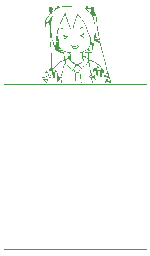
<source format=gbr>
%TF.GenerationSoftware,KiCad,Pcbnew,(5.99.0-9696-gdf2154a87a)*%
%TF.CreationDate,2021-08-30T13:51:51+09:00*%
%TF.ProjectId,tinypicokey,74696e79-7069-4636-9f6b-65792e6b6963,rev?*%
%TF.SameCoordinates,Original*%
%TF.FileFunction,Legend,Top*%
%TF.FilePolarity,Positive*%
%FSLAX46Y46*%
G04 Gerber Fmt 4.6, Leading zero omitted, Abs format (unit mm)*
G04 Created by KiCad (PCBNEW (5.99.0-9696-gdf2154a87a)) date 2021-08-30 13:51:51*
%MOMM*%
%LPD*%
G01*
G04 APERTURE LIST*
%ADD10C,0.150000*%
%ADD11C,0.120000*%
G04 APERTURE END LIST*
D10*
%TO.C,*%
D11*
%TO.C,SW1*%
X108280000Y-98155000D02*
X96280000Y-98155000D01*
X96280000Y-84185000D02*
X108280000Y-84185000D01*
%TO.C,*%
G36*
X103386262Y-82105321D02*
G01*
X103378783Y-82063251D01*
X103350039Y-82028963D01*
X103290114Y-81991460D01*
X103277580Y-81984749D01*
X103169090Y-81927359D01*
X103130627Y-82007488D01*
X103061797Y-82121021D01*
X102965618Y-82226882D01*
X102835187Y-82332064D01*
X102758932Y-82384008D01*
X102678473Y-82438143D01*
X102614732Y-82484250D01*
X102575876Y-82516232D01*
X102567832Y-82526660D01*
X102582562Y-82551139D01*
X102621018Y-82597237D01*
X102670159Y-82650035D01*
X102731642Y-82718629D01*
X102767340Y-82770087D01*
X102774105Y-82799246D01*
X102763991Y-82803912D01*
X102744069Y-82789838D01*
X102701047Y-82753329D01*
X102655989Y-82712954D01*
X102589332Y-82654857D01*
X102548406Y-82627688D01*
X102527863Y-82629172D01*
X102522353Y-82656105D01*
X102516327Y-82684943D01*
X102491317Y-82685089D01*
X102452639Y-82666675D01*
X102414632Y-82635473D01*
X102415589Y-82609839D01*
X102454934Y-82599256D01*
X102486938Y-82592903D01*
X102483026Y-82565778D01*
X102477674Y-82555272D01*
X102455821Y-82498776D01*
X102464906Y-82471421D01*
X102495425Y-82472860D01*
X102538755Y-82465583D01*
X102614652Y-82426596D01*
X102723096Y-82355911D01*
X102729826Y-82351228D01*
X102834885Y-82276891D01*
X102906385Y-82222470D01*
X102948690Y-82182774D01*
X102966163Y-82152614D01*
X102963168Y-82126800D01*
X102944067Y-82100142D01*
X102942446Y-82098339D01*
X102926074Y-82077700D01*
X102914095Y-82052602D01*
X102905615Y-82015733D01*
X102899741Y-81959782D01*
X102895578Y-81877436D01*
X102895359Y-81869850D01*
X102933471Y-81869850D01*
X102936701Y-81916295D01*
X102938957Y-81930471D01*
X102959345Y-82004664D01*
X102989653Y-82057293D01*
X103021563Y-82076248D01*
X103042900Y-82058476D01*
X103067163Y-82021152D01*
X103085043Y-81954217D01*
X103081942Y-81907454D01*
X103061581Y-81864816D01*
X103019735Y-81849718D01*
X102996473Y-81848853D01*
X102950232Y-81851858D01*
X102933471Y-81869850D01*
X102895359Y-81869850D01*
X102892234Y-81761383D01*
X102890216Y-81670998D01*
X102887410Y-81579494D01*
X102882675Y-81526498D01*
X102874310Y-81505039D01*
X102860612Y-81508147D01*
X102852283Y-81515674D01*
X102800453Y-81541497D01*
X102704240Y-81559999D01*
X102564155Y-81571134D01*
X102380708Y-81574858D01*
X102206558Y-81572557D01*
X101883540Y-81564610D01*
X101898552Y-81621459D01*
X101907807Y-81674133D01*
X101916641Y-81753369D01*
X101922117Y-81826114D01*
X101928544Y-81912277D01*
X101936607Y-81986893D01*
X101943247Y-82027259D01*
X101943226Y-82081297D01*
X101930132Y-82111556D01*
X101917411Y-82147224D01*
X101937913Y-82190303D01*
X101980674Y-82237817D01*
X102039053Y-82287191D01*
X102098514Y-82327620D01*
X102144518Y-82348296D01*
X102151569Y-82349122D01*
X102178909Y-82360549D01*
X102181260Y-82367822D01*
X102198777Y-82389754D01*
X102241957Y-82424290D01*
X102296748Y-82461880D01*
X102349095Y-82492972D01*
X102384946Y-82508016D01*
X102387956Y-82508298D01*
X102407998Y-82522706D01*
X102393122Y-82565675D01*
X102343493Y-82636823D01*
X102321260Y-82664319D01*
X102258880Y-82745694D01*
X102197482Y-82835299D01*
X102170989Y-82878334D01*
X102120918Y-82951788D01*
X102070797Y-83003790D01*
X102028344Y-83027618D01*
X102005545Y-83022348D01*
X102011121Y-83000364D01*
X102039613Y-82969341D01*
X102066350Y-82938188D01*
X102108197Y-82880782D01*
X102158639Y-82807105D01*
X102211166Y-82727140D01*
X102259265Y-82650866D01*
X102296423Y-82588267D01*
X102316129Y-82549322D01*
X102317697Y-82543118D01*
X102299409Y-82527029D01*
X102253323Y-82499554D01*
X102228837Y-82486629D01*
X102172821Y-82454833D01*
X102137296Y-82428619D01*
X102132194Y-82422034D01*
X102110041Y-82398760D01*
X102062969Y-82362076D01*
X102036410Y-82343570D01*
X101979441Y-82298136D01*
X101906971Y-82230521D01*
X101832546Y-82153538D01*
X101815342Y-82134466D01*
X101682276Y-81984563D01*
X101556326Y-82098624D01*
X101499377Y-82152701D01*
X101462298Y-82192913D01*
X101451616Y-82212028D01*
X101453356Y-82212685D01*
X101472192Y-82231674D01*
X101476337Y-82256960D01*
X101491090Y-82298604D01*
X101531259Y-82364185D01*
X101590701Y-82446529D01*
X101663278Y-82538460D01*
X101742849Y-82632805D01*
X101823274Y-82722389D01*
X101898414Y-82800037D01*
X101962127Y-82858575D01*
X102008274Y-82890830D01*
X102022278Y-82894870D01*
X102044170Y-82912180D01*
X102044824Y-82917609D01*
X102026201Y-82937280D01*
X102007566Y-82940348D01*
X101975766Y-82924276D01*
X101921442Y-82880780D01*
X101851698Y-82816943D01*
X101773635Y-82739848D01*
X101694355Y-82656577D01*
X101620961Y-82574214D01*
X101560554Y-82499842D01*
X101545831Y-82479874D01*
X101501753Y-82421817D01*
X101467045Y-82382608D01*
X101452273Y-82371861D01*
X101437640Y-82391663D01*
X101423203Y-82440200D01*
X101421471Y-82448877D01*
X101404894Y-82512518D01*
X101377168Y-82596465D01*
X101353484Y-82659218D01*
X101319227Y-82759201D01*
X101288642Y-82873059D01*
X101274676Y-82940874D01*
X101256046Y-83027724D01*
X101226663Y-83139704D01*
X101191325Y-83259206D01*
X101170087Y-83324742D01*
X101133047Y-83438692D01*
X101111889Y-83516679D01*
X101106095Y-83565159D01*
X101115144Y-83590586D01*
X101138519Y-83599416D01*
X101147956Y-83599793D01*
X101168496Y-83613045D01*
X101178650Y-83657880D01*
X101180723Y-83717684D01*
X101175056Y-83803866D01*
X101160073Y-83895592D01*
X101138805Y-83981755D01*
X101114282Y-84051248D01*
X101089533Y-84092967D01*
X101076408Y-84100062D01*
X101060321Y-84092039D01*
X101062097Y-84061455D01*
X101080324Y-84003638D01*
X101102441Y-83923821D01*
X101121233Y-83826840D01*
X101128226Y-83774401D01*
X101142108Y-83641589D01*
X101076342Y-83649116D01*
X101031991Y-83662146D01*
X100996936Y-83696458D01*
X100960239Y-83762964D01*
X100958472Y-83766681D01*
X100914190Y-83846544D01*
X100862442Y-83921309D01*
X100840867Y-83946805D01*
X100775367Y-84016890D01*
X100761262Y-83916354D01*
X100755727Y-83856716D01*
X100750373Y-83763190D01*
X100745726Y-83647366D01*
X100744137Y-83588424D01*
X100798585Y-83588424D01*
X100801043Y-83627259D01*
X100808162Y-83630678D01*
X100809068Y-83628651D01*
X100813566Y-83583508D01*
X100809910Y-83560432D01*
X100802672Y-83551159D01*
X100798735Y-83581362D01*
X100798585Y-83588424D01*
X100744137Y-83588424D01*
X100742314Y-83520834D01*
X100741669Y-83486096D01*
X100738241Y-83346279D01*
X100732711Y-83243787D01*
X100724167Y-83170481D01*
X100711695Y-83118221D01*
X100696365Y-83082470D01*
X100665462Y-83034152D01*
X100640118Y-83009413D01*
X100636660Y-83008567D01*
X100618525Y-83030133D01*
X100599939Y-83090212D01*
X100582252Y-83181871D01*
X100566816Y-83298181D01*
X100555471Y-83425133D01*
X100547029Y-83521991D01*
X100536743Y-83606159D01*
X100526414Y-83663750D01*
X100523061Y-83675223D01*
X100509789Y-83703754D01*
X100495085Y-83702516D01*
X100469929Y-83667459D01*
X100456241Y-83645228D01*
X100415004Y-83564021D01*
X100403392Y-83499723D01*
X100405686Y-83478018D01*
X100396296Y-83444705D01*
X100388084Y-83432539D01*
X100369621Y-83393573D01*
X100345619Y-83319774D01*
X100318788Y-83221032D01*
X100296156Y-83125453D01*
X100368940Y-83125453D01*
X100370941Y-83191216D01*
X100373636Y-83210886D01*
X100392972Y-83306294D01*
X100418962Y-83364891D01*
X100456075Y-83395294D01*
X100472056Y-83400748D01*
X100493569Y-83402257D01*
X100507577Y-83387542D01*
X100516692Y-83348246D01*
X100523527Y-83276009D01*
X100526882Y-83225303D01*
X100539836Y-83092977D01*
X100560379Y-83003601D01*
X100589953Y-82955065D01*
X100629997Y-82945256D01*
X100681953Y-82972065D01*
X100693419Y-82981232D01*
X100749331Y-83056767D01*
X100783114Y-83170307D01*
X100794152Y-83315867D01*
X100795598Y-83394419D01*
X100804239Y-83442626D01*
X100826527Y-83475614D01*
X100868916Y-83508513D01*
X100879425Y-83515762D01*
X100939241Y-83554203D01*
X100982986Y-83570661D01*
X101016627Y-83560715D01*
X101046130Y-83519948D01*
X101077464Y-83443941D01*
X101111430Y-83343974D01*
X101149378Y-83222502D01*
X101186573Y-83092696D01*
X101217221Y-82975186D01*
X101227956Y-82928979D01*
X101256108Y-82814472D01*
X101291335Y-82690946D01*
X101325068Y-82587887D01*
X101355127Y-82494665D01*
X101378369Y-82404377D01*
X101389609Y-82337752D01*
X101396748Y-82246794D01*
X101276765Y-82239900D01*
X101212197Y-82239095D01*
X101156589Y-82248119D01*
X101095656Y-82271413D01*
X101015115Y-82313414D01*
X100984053Y-82330858D01*
X100812946Y-82452799D01*
X100654236Y-82617129D01*
X100509454Y-82822078D01*
X100419865Y-82983491D01*
X100383852Y-83063076D01*
X100368940Y-83125453D01*
X100296156Y-83125453D01*
X100291843Y-83107236D01*
X100270263Y-83002882D01*
X100252842Y-82927041D01*
X100234331Y-82886868D01*
X100209600Y-82872734D01*
X100200600Y-82872130D01*
X100155257Y-82889064D01*
X100140183Y-82938730D01*
X100153984Y-83013314D01*
X100165480Y-83065335D01*
X100175903Y-83139343D01*
X100184681Y-83225767D01*
X100191241Y-83315036D01*
X100195009Y-83397580D01*
X100195414Y-83463828D01*
X100191882Y-83504208D01*
X100183841Y-83509151D01*
X100183638Y-83508835D01*
X100172573Y-83473166D01*
X100159265Y-83403094D01*
X100145563Y-83309510D01*
X100135636Y-83225768D01*
X100124036Y-83123676D01*
X100113056Y-83038751D01*
X100104064Y-82980934D01*
X100099109Y-82960680D01*
X100097746Y-82920886D01*
X100123069Y-82871169D01*
X100165191Y-82828634D01*
X100180910Y-82819180D01*
X100216418Y-82792210D01*
X100238781Y-82746554D01*
X100254428Y-82668954D01*
X100254726Y-82666919D01*
X100261640Y-82583993D01*
X100264678Y-82462911D01*
X100264182Y-82310805D01*
X100260494Y-82134801D01*
X100253956Y-81942029D01*
X100244909Y-81739617D01*
X100233695Y-81534695D01*
X100220656Y-81334390D01*
X100206134Y-81145832D01*
X100190469Y-80976149D01*
X100174005Y-80832470D01*
X100163191Y-80757358D01*
X100152139Y-80677135D01*
X100142789Y-80582222D01*
X100134923Y-80467745D01*
X100128320Y-80328829D01*
X100122764Y-80160596D01*
X100118034Y-79958173D01*
X100117120Y-79904587D01*
X100158478Y-79904587D01*
X100159000Y-80055881D01*
X100161058Y-80181746D01*
X100164883Y-80288861D01*
X100170704Y-80383908D01*
X100178752Y-80473566D01*
X100189257Y-80564517D01*
X100200897Y-80652225D01*
X100222245Y-80824716D01*
X100242076Y-81019087D01*
X100260087Y-81228870D01*
X100275972Y-81447598D01*
X100289426Y-81668802D01*
X100300145Y-81886016D01*
X100307824Y-82092771D01*
X100312157Y-82282600D01*
X100312840Y-82449036D01*
X100309569Y-82585610D01*
X100302037Y-82685856D01*
X100298025Y-82712916D01*
X100291418Y-82786247D01*
X100294371Y-82865418D01*
X100305006Y-82937485D01*
X100321442Y-82989504D01*
X100340955Y-83008567D01*
X100357297Y-82989515D01*
X100385132Y-82939827D01*
X100414931Y-82877815D01*
X100517015Y-82701530D01*
X100656435Y-82535632D01*
X100825104Y-82388252D01*
X101014935Y-82267520D01*
X101029439Y-82259952D01*
X101129789Y-82210821D01*
X101201480Y-82182603D01*
X101254408Y-82172093D01*
X101292511Y-82174783D01*
X101341852Y-82178529D01*
X101362607Y-82167345D01*
X101362639Y-82166638D01*
X101381444Y-82147916D01*
X101402998Y-82144467D01*
X101441921Y-82127834D01*
X101494833Y-82085452D01*
X101551290Y-82028595D01*
X101600847Y-81968540D01*
X101633062Y-81916561D01*
X101639105Y-81890767D01*
X101708155Y-81890767D01*
X101722275Y-81925300D01*
X101742104Y-81957666D01*
X101801053Y-82044275D01*
X101844145Y-82088607D01*
X101871792Y-82090854D01*
X101884402Y-82051212D01*
X101885337Y-82025084D01*
X101880904Y-81938082D01*
X101865040Y-81888183D01*
X101832527Y-81867437D01*
X101781905Y-81867442D01*
X101726193Y-81875649D01*
X101708155Y-81890767D01*
X101639105Y-81890767D01*
X101639482Y-81889158D01*
X101647143Y-81860320D01*
X101686769Y-81837142D01*
X101736459Y-81821680D01*
X101802832Y-81799512D01*
X101833023Y-81771626D01*
X101831174Y-81727071D01*
X101801427Y-81654895D01*
X101800374Y-81652669D01*
X101777014Y-81597999D01*
X101775028Y-81570392D01*
X101793667Y-81557177D01*
X101794689Y-81556817D01*
X101789466Y-81546885D01*
X101747586Y-81529829D01*
X101676772Y-81508458D01*
X101624622Y-81494981D01*
X101531897Y-81474053D01*
X101454587Y-81459899D01*
X101404171Y-81454472D01*
X101392799Y-81455575D01*
X101369045Y-81488836D01*
X101359164Y-81564384D01*
X101363180Y-81681185D01*
X101381116Y-81838208D01*
X101383456Y-81854566D01*
X101398911Y-81980130D01*
X101402535Y-82062240D01*
X101394333Y-82100741D01*
X101375329Y-82096518D01*
X101368549Y-82071458D01*
X101357187Y-82010122D01*
X101342741Y-81921305D01*
X101326708Y-81813801D01*
X101324165Y-81795949D01*
X101306878Y-81677099D01*
X101293296Y-81596553D01*
X101281285Y-81547514D01*
X101268712Y-81523184D01*
X101253443Y-81516765D01*
X101237572Y-81520047D01*
X101190095Y-81530212D01*
X101116490Y-81540768D01*
X101061341Y-81546685D01*
X100984524Y-81551536D01*
X100943665Y-81543581D01*
X100934984Y-81515548D01*
X100937618Y-81508147D01*
X101000721Y-81508147D01*
X101050928Y-81497895D01*
X101107104Y-81487388D01*
X101178910Y-81475089D01*
X101188989Y-81473447D01*
X101270573Y-81454680D01*
X101307524Y-81430359D01*
X101300589Y-81397972D01*
X101250512Y-81355006D01*
X101228442Y-81340472D01*
X101169259Y-81304139D01*
X101127716Y-81280881D01*
X101115616Y-81276070D01*
X101102371Y-81295960D01*
X101076840Y-81345285D01*
X101054039Y-81393065D01*
X101000721Y-81508147D01*
X100937618Y-81508147D01*
X100954696Y-81460169D01*
X100984493Y-81398993D01*
X101027429Y-81310118D01*
X101048991Y-81247969D01*
X101049195Y-81199139D01*
X101028056Y-81150217D01*
X100985588Y-81087795D01*
X100984846Y-81086766D01*
X100903011Y-80973383D01*
X100913068Y-81217833D01*
X100915997Y-81317068D01*
X100916159Y-81396969D01*
X100913677Y-81448261D01*
X100909803Y-81462467D01*
X100888997Y-81446843D01*
X100847894Y-81405903D01*
X100800732Y-81354455D01*
X100704984Y-81246257D01*
X100709774Y-81325845D01*
X100707121Y-81381930D01*
X100694338Y-81415033D01*
X100691824Y-81416803D01*
X100676496Y-81403838D01*
X100664876Y-81356045D01*
X100661870Y-81326979D01*
X100654190Y-81266599D01*
X100642532Y-81249976D01*
X100634682Y-81258102D01*
X100613928Y-81280545D01*
X100607030Y-81279708D01*
X100597805Y-81255910D01*
X100576373Y-81195459D01*
X100544970Y-81104826D01*
X100505834Y-80990482D01*
X100461202Y-80858899D01*
X100445529Y-80812446D01*
X100373107Y-80587283D01*
X100316325Y-80384145D01*
X100273625Y-80192441D01*
X100243449Y-80001580D01*
X100224241Y-79800972D01*
X100214442Y-79580025D01*
X100212494Y-79328149D01*
X100213341Y-79233813D01*
X100215937Y-79087357D01*
X100219830Y-78951677D01*
X100224664Y-78835115D01*
X100230082Y-78746013D01*
X100235728Y-78692713D01*
X100236629Y-78688066D01*
X100246700Y-78636949D01*
X100242277Y-78623672D01*
X100219206Y-78641784D01*
X100211506Y-78649063D01*
X100200201Y-78662236D01*
X100190997Y-78681158D01*
X100183622Y-78710441D01*
X100177802Y-78754695D01*
X100173264Y-78818530D01*
X100169735Y-78906558D01*
X100166941Y-79023388D01*
X100164609Y-79173632D01*
X100162466Y-79361899D01*
X100161119Y-79498988D01*
X100159261Y-79721183D01*
X100158478Y-79904587D01*
X100117120Y-79904587D01*
X100113913Y-79716683D01*
X100112706Y-79631754D01*
X100100598Y-78744914D01*
X99989392Y-78892721D01*
X99886740Y-79040847D01*
X99817359Y-79170635D01*
X99777744Y-79290497D01*
X99764388Y-79408849D01*
X99764540Y-79432339D01*
X99763160Y-79508439D01*
X99756138Y-79564829D01*
X99746641Y-79587199D01*
X99721924Y-79582459D01*
X99704009Y-79535752D01*
X99693421Y-79450153D01*
X99690683Y-79328739D01*
X99692029Y-79266935D01*
X99699787Y-79134662D01*
X99715806Y-79025759D01*
X99744058Y-78918323D01*
X99768435Y-78845737D01*
X99839539Y-78660994D01*
X99911864Y-78503120D01*
X99982654Y-78377338D01*
X100049156Y-78288870D01*
X100075190Y-78264060D01*
X100153819Y-78199167D01*
X100120840Y-78074100D01*
X100101453Y-77985885D01*
X100085996Y-77887941D01*
X100075236Y-77790335D01*
X100069944Y-77703137D01*
X100070889Y-77636415D01*
X100078843Y-77600237D01*
X100084325Y-77596571D01*
X100103577Y-77605134D01*
X100118444Y-77635619D01*
X100130885Y-77695221D01*
X100142861Y-77791133D01*
X100146246Y-77823965D01*
X100161870Y-77949077D01*
X100180184Y-78044749D01*
X100199924Y-78106371D01*
X100219825Y-78129336D01*
X100228938Y-78125401D01*
X100239346Y-78086619D01*
X100236416Y-78004569D01*
X100231999Y-77967331D01*
X100316623Y-77967331D01*
X100323074Y-78029794D01*
X100342955Y-78049084D01*
X100377064Y-78025718D01*
X100387742Y-78013473D01*
X100422340Y-77978854D01*
X100478817Y-77929331D01*
X100525325Y-77891315D01*
X100588516Y-77833109D01*
X100609561Y-77791555D01*
X100588389Y-77766045D01*
X100524930Y-77755969D01*
X100509615Y-77755747D01*
X100430533Y-77776533D01*
X100365605Y-77831416D01*
X100325060Y-77909184D01*
X100316623Y-77967331D01*
X100231999Y-77967331D01*
X100227283Y-77927578D01*
X100210494Y-77794023D01*
X100203383Y-77699558D01*
X100206203Y-77638781D01*
X100219206Y-77606292D01*
X100242644Y-77596688D01*
X100242720Y-77596688D01*
X100269890Y-77608097D01*
X100283890Y-77648745D01*
X100287940Y-77691178D01*
X100294600Y-77762561D01*
X100306654Y-77793782D01*
X100328299Y-77790143D01*
X100350665Y-77770432D01*
X100395869Y-77740308D01*
X100461109Y-77712273D01*
X100474788Y-77707884D01*
X100537301Y-77693613D01*
X100582536Y-77700790D01*
X100632793Y-77731453D01*
X100692950Y-77764753D01*
X100729756Y-77759616D01*
X100746635Y-77714370D01*
X100748673Y-77674817D01*
X100752646Y-77621936D01*
X100772631Y-77600483D01*
X100816892Y-77596571D01*
X100870054Y-77606053D01*
X100885110Y-77632212D01*
X100896218Y-77656385D01*
X100935700Y-77651624D01*
X100936274Y-77651441D01*
X100994516Y-77634702D01*
X101064659Y-77616899D01*
X101067026Y-77616342D01*
X101111854Y-77610592D01*
X101187496Y-77606012D01*
X101286701Y-77602589D01*
X101402216Y-77600309D01*
X101526789Y-77599156D01*
X101653169Y-77599116D01*
X101774104Y-77600176D01*
X101882341Y-77602321D01*
X101970629Y-77605537D01*
X102031715Y-77609810D01*
X102058349Y-77615124D01*
X102056193Y-77618288D01*
X102017851Y-77624150D01*
X101943600Y-77627600D01*
X101842956Y-77628462D01*
X101725433Y-77626562D01*
X101680992Y-77625174D01*
X101474415Y-77622036D01*
X101301669Y-77629981D01*
X101152020Y-77651011D01*
X101014736Y-77687131D01*
X100879083Y-77740342D01*
X100765601Y-77795998D01*
X100681564Y-77843931D01*
X100594947Y-77899740D01*
X100512226Y-77958310D01*
X100439879Y-78014524D01*
X100384384Y-78063265D01*
X100352218Y-78099417D01*
X100349857Y-78117865D01*
X100356417Y-78119193D01*
X100384465Y-78127589D01*
X100375414Y-78147447D01*
X100334147Y-78172736D01*
X100302646Y-78185644D01*
X100246239Y-78213933D01*
X100180752Y-78257863D01*
X100117652Y-78308148D01*
X100068407Y-78355501D01*
X100044486Y-78390635D01*
X100043749Y-78395295D01*
X100031364Y-78424072D01*
X99999763Y-78475031D01*
X99976270Y-78508738D01*
X99933499Y-78579159D01*
X99888967Y-78671345D01*
X99846078Y-78775461D01*
X99808237Y-78881672D01*
X99778850Y-78980143D01*
X99761322Y-79061039D01*
X99759058Y-79114525D01*
X99762765Y-79125390D01*
X99779837Y-79119700D01*
X99809820Y-79082066D01*
X99836889Y-79037172D01*
X99891563Y-78947924D01*
X99961809Y-78848084D01*
X100038958Y-78748565D01*
X100114343Y-78660280D01*
X100179296Y-78594144D01*
X100206455Y-78571855D01*
X100258541Y-78523983D01*
X100293453Y-78472911D01*
X100294900Y-78469368D01*
X100319513Y-78428975D01*
X100345591Y-78415269D01*
X100361009Y-78432918D01*
X100361771Y-78443616D01*
X100354489Y-78481151D01*
X100336519Y-78542515D01*
X100326934Y-78571121D01*
X100308347Y-78627664D01*
X100294093Y-78681701D01*
X100283279Y-78741175D01*
X100275013Y-78814025D01*
X100268403Y-78908195D01*
X100262558Y-79031625D01*
X100256584Y-79192256D01*
X100256325Y-79199704D01*
X100251864Y-79373865D01*
X100252483Y-79520788D01*
X100259007Y-79658513D01*
X100272262Y-79805082D01*
X100291294Y-79964686D01*
X100310604Y-80108038D01*
X100329658Y-80226682D01*
X100351495Y-80333295D01*
X100379153Y-80440553D01*
X100415669Y-80561133D01*
X100464082Y-80707712D01*
X100482033Y-80760568D01*
X100624385Y-81178039D01*
X100625281Y-80827361D01*
X100663414Y-80827361D01*
X100665899Y-80865768D01*
X100669433Y-80902654D01*
X100676221Y-80987448D01*
X100680102Y-81067551D01*
X100680455Y-81090255D01*
X100686748Y-81141580D01*
X100702143Y-81166277D01*
X100704588Y-81166669D01*
X100717974Y-81145492D01*
X100716572Y-81083392D01*
X100713462Y-81058656D01*
X100699484Y-80973306D01*
X100683136Y-80891556D01*
X100678308Y-80871056D01*
X100667297Y-80830025D01*
X100663414Y-80827361D01*
X100625281Y-80827361D01*
X100625315Y-80814207D01*
X100628256Y-80634840D01*
X100635001Y-80513569D01*
X100699852Y-80513569D01*
X100699909Y-80518594D01*
X100704538Y-80608657D01*
X100715455Y-80720013D01*
X100731117Y-80843126D01*
X100749983Y-80968461D01*
X100770513Y-81086485D01*
X100791164Y-81187661D01*
X100810396Y-81262456D01*
X100826379Y-81300969D01*
X100835974Y-81292901D01*
X100844071Y-81247078D01*
X100850547Y-81171204D01*
X100855279Y-81072980D01*
X100858142Y-80960110D01*
X100859013Y-80840297D01*
X100857767Y-80721245D01*
X100854283Y-80610656D01*
X100848435Y-80516233D01*
X100840113Y-80445755D01*
X100819551Y-80350490D01*
X100792548Y-80256410D01*
X100774398Y-80206991D01*
X100732865Y-80109283D01*
X100715227Y-80222981D01*
X100706781Y-80303551D01*
X100701279Y-80407701D01*
X100699852Y-80513569D01*
X100635001Y-80513569D01*
X100637208Y-80473895D01*
X100653846Y-80319726D01*
X100679842Y-80160684D01*
X100716871Y-79985121D01*
X100766604Y-79781390D01*
X100782587Y-79719431D01*
X100833969Y-79535724D01*
X100894685Y-79340993D01*
X100960756Y-79146527D01*
X101028203Y-78963617D01*
X101093048Y-78803553D01*
X101146041Y-78688066D01*
X101190317Y-78593763D01*
X101231727Y-78496179D01*
X101257746Y-78426562D01*
X101293959Y-78341782D01*
X101340953Y-78260928D01*
X101360532Y-78234614D01*
X101401767Y-78187665D01*
X101427672Y-78171887D01*
X101450941Y-78182636D01*
X101465326Y-78196278D01*
X101490359Y-78238523D01*
X101516590Y-78309716D01*
X101536907Y-78388226D01*
X101558861Y-78475253D01*
X101594341Y-78594811D01*
X101639975Y-78737207D01*
X101692393Y-78892748D01*
X101748223Y-79051742D01*
X101804092Y-79204496D01*
X101856628Y-79341317D01*
X101902461Y-79452514D01*
X101922862Y-79497703D01*
X101967821Y-79596616D01*
X101992118Y-79661398D01*
X101997240Y-79697643D01*
X101984674Y-79710941D01*
X101979676Y-79711342D01*
X101960850Y-79690723D01*
X101930187Y-79632879D01*
X101889922Y-79543833D01*
X101842294Y-79429607D01*
X101789539Y-79296222D01*
X101733893Y-79149701D01*
X101677595Y-78996065D01*
X101622880Y-78841337D01*
X101571987Y-78691537D01*
X101527151Y-78552689D01*
X101490611Y-78430815D01*
X101464603Y-78331935D01*
X101460474Y-78313670D01*
X101440902Y-78223518D01*
X101390569Y-78294206D01*
X101341994Y-78374207D01*
X101283189Y-78489918D01*
X101217299Y-78633581D01*
X101147471Y-78797437D01*
X101076850Y-78973730D01*
X101008583Y-79154702D01*
X100945814Y-79332593D01*
X100891690Y-79499648D01*
X100865013Y-79590244D01*
X100821882Y-79745737D01*
X100790929Y-79863445D01*
X100771166Y-79949115D01*
X100761608Y-80008493D01*
X100761269Y-80047328D01*
X100769162Y-80071366D01*
X100780385Y-80083529D01*
X100803852Y-80121142D01*
X100830096Y-80194195D01*
X100857024Y-80292910D01*
X100882543Y-80407508D01*
X100904561Y-80528212D01*
X100920983Y-80645245D01*
X100929717Y-80748827D01*
X100930589Y-80785180D01*
X100949120Y-80911340D01*
X101006424Y-81036844D01*
X101105066Y-81167111D01*
X101118497Y-81181906D01*
X101189566Y-81250387D01*
X101266236Y-81310576D01*
X101338935Y-81356389D01*
X101398091Y-81381746D01*
X101432720Y-81381543D01*
X101465773Y-81382282D01*
X101474908Y-81391753D01*
X101502340Y-81406408D01*
X101565144Y-81427027D01*
X101654049Y-81450897D01*
X101759781Y-81475305D01*
X101762294Y-81475841D01*
X101881679Y-81499859D01*
X101982683Y-81515776D01*
X102080187Y-81524830D01*
X102189073Y-81528261D01*
X102324221Y-81527307D01*
X102369716Y-81526403D01*
X102496243Y-81522179D01*
X102601341Y-81515756D01*
X102677732Y-81507761D01*
X102695023Y-81503936D01*
X102943592Y-81503936D01*
X102949698Y-81542717D01*
X102953617Y-81609248D01*
X102954403Y-81657428D01*
X102954403Y-81780635D01*
X103032819Y-81780635D01*
X103119984Y-81801024D01*
X103174941Y-81840596D01*
X103233123Y-81889801D01*
X103297579Y-81936264D01*
X103354880Y-81971042D01*
X103391593Y-81985193D01*
X103392138Y-81985205D01*
X103399487Y-81964159D01*
X103403572Y-81923995D01*
X103456780Y-81923995D01*
X103458549Y-81993622D01*
X103466041Y-82104281D01*
X103602478Y-82155170D01*
X103806936Y-82235288D01*
X103975398Y-82311397D01*
X104116297Y-82389193D01*
X104238069Y-82474373D01*
X104349147Y-82572634D01*
X104457965Y-82689673D01*
X104538616Y-82787464D01*
X104627008Y-82904583D01*
X104687503Y-83002834D01*
X104725012Y-83094844D01*
X104744445Y-83193240D01*
X104750712Y-83310651D01*
X104750822Y-83333199D01*
X104752809Y-83410445D01*
X104757991Y-83468140D01*
X104764474Y-83492168D01*
X104780145Y-83479972D01*
X104809603Y-83435441D01*
X104847214Y-83367367D01*
X104857821Y-83346522D01*
X104899719Y-83269210D01*
X104938404Y-83208930D01*
X104966655Y-83176704D01*
X104970409Y-83174600D01*
X104990287Y-83144687D01*
X104987248Y-83085418D01*
X104962628Y-83005908D01*
X104937765Y-82951718D01*
X104912836Y-82881778D01*
X104898316Y-82801372D01*
X104897683Y-82792542D01*
X104888549Y-82722696D01*
X104867870Y-82616882D01*
X104837413Y-82482618D01*
X104798947Y-82327421D01*
X104754242Y-82158809D01*
X104718454Y-82030769D01*
X104691017Y-81928782D01*
X104667394Y-81830264D01*
X104651764Y-81752926D01*
X104649522Y-81738454D01*
X104633256Y-81660411D01*
X104610062Y-81590820D01*
X104604047Y-81577975D01*
X104584590Y-81528219D01*
X104559958Y-81448209D01*
X104534399Y-81352180D01*
X104525031Y-81313174D01*
X104501008Y-81211455D01*
X104477959Y-81116738D01*
X104459760Y-81044861D01*
X104455171Y-81027733D01*
X104442335Y-80972600D01*
X104424623Y-80885113D01*
X104404480Y-80777803D01*
X104386403Y-80675272D01*
X104366217Y-80562644D01*
X104346155Y-80460414D01*
X104328644Y-80380409D01*
X104316900Y-80336678D01*
X104302817Y-80280555D01*
X104287535Y-80196438D01*
X104274155Y-80101609D01*
X104273094Y-80092650D01*
X104255645Y-79979396D01*
X104230375Y-79857976D01*
X104205549Y-79764376D01*
X104184182Y-79677420D01*
X104163330Y-79561865D01*
X104145747Y-79434536D01*
X104136339Y-79341187D01*
X104126839Y-79234273D01*
X104117391Y-79144117D01*
X104109096Y-79080302D01*
X104103128Y-79052515D01*
X104096899Y-79023981D01*
X104088225Y-78959750D01*
X104078273Y-78869460D01*
X104068573Y-78766919D01*
X104050571Y-78607817D01*
X104025800Y-78454837D01*
X103996027Y-78314389D01*
X103963017Y-78192886D01*
X103928539Y-78096738D01*
X103894357Y-78032358D01*
X103862240Y-78006157D01*
X103858888Y-78005881D01*
X103851624Y-78026517D01*
X103849930Y-78080608D01*
X103854151Y-78156172D01*
X103857631Y-78266180D01*
X103847552Y-78349729D01*
X103840715Y-78370986D01*
X103828149Y-78415353D01*
X103829871Y-78465404D01*
X103847308Y-78535861D01*
X103860891Y-78578842D01*
X103908964Y-78757027D01*
X103948690Y-78967125D01*
X103978293Y-79196049D01*
X103996003Y-79430712D01*
X104000419Y-79608897D01*
X104001946Y-79739114D01*
X104006267Y-79841816D01*
X104012996Y-79911268D01*
X104021744Y-79941736D01*
X104022987Y-79942527D01*
X104041470Y-79967047D01*
X104064176Y-80021549D01*
X104077471Y-80063804D01*
X104105816Y-80154905D01*
X104143729Y-80263347D01*
X104186730Y-80377697D01*
X104230340Y-80486521D01*
X104270079Y-80578383D01*
X104301467Y-80641852D01*
X104308510Y-80653531D01*
X104331890Y-80698722D01*
X104334766Y-80726128D01*
X104334270Y-80726700D01*
X104309193Y-80722331D01*
X104262113Y-80691704D01*
X104201274Y-80642524D01*
X104134922Y-80582495D01*
X104071300Y-80519323D01*
X104018654Y-80460711D01*
X103985228Y-80414364D01*
X103977679Y-80393461D01*
X103960373Y-80371446D01*
X103954940Y-80370787D01*
X103935927Y-80389652D01*
X103932200Y-80412419D01*
X103927547Y-80447205D01*
X103914803Y-80516131D01*
X103895795Y-80610848D01*
X103872348Y-80723003D01*
X103846288Y-80844244D01*
X103819442Y-80966220D01*
X103793634Y-81080579D01*
X103770691Y-81178970D01*
X103752438Y-81253041D01*
X103740701Y-81294440D01*
X103738141Y-81300090D01*
X103718551Y-81305112D01*
X103711744Y-81273069D01*
X103718265Y-81210697D01*
X103727398Y-81167282D01*
X103742882Y-81077162D01*
X103741065Y-80992784D01*
X103719958Y-80899590D01*
X103677576Y-80783021D01*
X103673606Y-80773229D01*
X103619843Y-80641292D01*
X103592582Y-80750489D01*
X103563908Y-80839926D01*
X103525700Y-80929549D01*
X103513929Y-80952158D01*
X103483844Y-81016820D01*
X103470869Y-81081087D01*
X103471393Y-81165444D01*
X103472750Y-81185842D01*
X103480855Y-81266593D01*
X103496017Y-81319275D01*
X103526334Y-81361286D01*
X103575239Y-81406038D01*
X103630237Y-81450348D01*
X103672013Y-81479006D01*
X103686159Y-81485022D01*
X103704384Y-81502337D01*
X103704806Y-81506978D01*
X103684429Y-81522270D01*
X103632388Y-81537116D01*
X103592795Y-81543793D01*
X103480784Y-81558652D01*
X103465920Y-81720807D01*
X103459250Y-81822296D01*
X103456780Y-81923995D01*
X103403572Y-81923995D01*
X103405246Y-81907541D01*
X103408629Y-81825252D01*
X103409192Y-81770607D01*
X103406685Y-81666608D01*
X103399730Y-81589111D01*
X103389183Y-81546202D01*
X103384945Y-81540938D01*
X103350402Y-81532856D01*
X103286056Y-81527415D01*
X103225705Y-81525953D01*
X103151528Y-81522734D01*
X103097388Y-81514391D01*
X103077965Y-81505327D01*
X103080751Y-81480878D01*
X103123596Y-81467994D01*
X103202458Y-81467125D01*
X103313296Y-81478722D01*
X103314659Y-81478918D01*
X103403009Y-81488899D01*
X103477741Y-81492422D01*
X103524114Y-81488858D01*
X103526974Y-81487961D01*
X103544943Y-81475890D01*
X103541311Y-81455086D01*
X103511965Y-81418255D01*
X103454932Y-81360211D01*
X103398099Y-81299944D01*
X103357263Y-81248458D01*
X103340993Y-81216598D01*
X103340974Y-81215989D01*
X103327596Y-81208505D01*
X103290674Y-81234087D01*
X103271791Y-81251651D01*
X103214411Y-81299361D01*
X103135627Y-81354607D01*
X103067695Y-81396471D01*
X102992232Y-81444815D01*
X102950148Y-81483448D01*
X102943592Y-81503936D01*
X102695023Y-81503936D01*
X102718136Y-81498823D01*
X102722178Y-81496014D01*
X102752092Y-81477445D01*
X102810668Y-81455466D01*
X102852075Y-81443534D01*
X103010097Y-81384349D01*
X103160885Y-81288557D01*
X103273418Y-81187837D01*
X103381240Y-81187837D01*
X103390994Y-81206250D01*
X103417309Y-81228723D01*
X103424404Y-81210492D01*
X103416505Y-81169439D01*
X103402126Y-81136211D01*
X103385394Y-81145669D01*
X103384599Y-81146929D01*
X103381240Y-81187837D01*
X103273418Y-81187837D01*
X103296523Y-81167157D01*
X103426032Y-81010936D01*
X103511491Y-80847674D01*
X103554219Y-80673506D01*
X103555533Y-80484569D01*
X103548609Y-80428155D01*
X103512779Y-80250508D01*
X103455769Y-80045742D01*
X103381477Y-79823251D01*
X103293803Y-79592429D01*
X103196646Y-79362667D01*
X103093904Y-79143359D01*
X102989478Y-78943898D01*
X102887266Y-78773678D01*
X102824702Y-78684274D01*
X102759162Y-78603607D01*
X102685756Y-78522727D01*
X102612341Y-78449236D01*
X102546773Y-78390735D01*
X102496907Y-78354827D01*
X102476360Y-78347194D01*
X102456293Y-78366600D01*
X102428573Y-78417059D01*
X102398848Y-78486133D01*
X102372762Y-78561384D01*
X102362928Y-78597108D01*
X102341041Y-78677190D01*
X102311579Y-78773969D01*
X102291260Y-78835872D01*
X102269293Y-78908206D01*
X102241082Y-79012661D01*
X102209809Y-79136869D01*
X102178658Y-79268460D01*
X102169326Y-79309699D01*
X102137781Y-79448717D01*
X102113694Y-79548550D01*
X102095339Y-79614556D01*
X102080988Y-79652092D01*
X102068914Y-79666514D01*
X102057390Y-79663180D01*
X102055843Y-79661723D01*
X102054767Y-79634366D01*
X102063765Y-79570844D01*
X102081107Y-79478916D01*
X102105062Y-79366335D01*
X102133900Y-79240859D01*
X102165890Y-79110245D01*
X102199301Y-78982247D01*
X102232403Y-78864624D01*
X102237568Y-78847242D01*
X102270991Y-78734875D01*
X102301923Y-78629367D01*
X102326643Y-78543501D01*
X102340184Y-78494780D01*
X102368499Y-78408741D01*
X102405346Y-78323658D01*
X102444611Y-78251342D01*
X102480178Y-78203600D01*
X102497138Y-78191682D01*
X102518199Y-78195496D01*
X102516046Y-78232349D01*
X102514598Y-78238338D01*
X102512591Y-78281557D01*
X102537726Y-78318914D01*
X102575479Y-78349315D01*
X102676891Y-78438777D01*
X102787524Y-78564219D01*
X102902305Y-78718450D01*
X103016163Y-78894274D01*
X103124026Y-79084498D01*
X103197734Y-79231856D01*
X103256217Y-79365669D01*
X103322068Y-79532590D01*
X103391460Y-79721648D01*
X103460566Y-79921873D01*
X103525559Y-80122292D01*
X103582614Y-80311935D01*
X103613654Y-80424323D01*
X103639583Y-80512160D01*
X103666013Y-80584812D01*
X103688079Y-80629263D01*
X103692109Y-80634212D01*
X103716467Y-80676592D01*
X103735801Y-80740229D01*
X103737957Y-80751688D01*
X103752247Y-80821458D01*
X103766549Y-80855108D01*
X103782217Y-80850836D01*
X103800609Y-80806838D01*
X103823079Y-80721312D01*
X103848439Y-80604791D01*
X103902595Y-80284971D01*
X103963301Y-80284971D01*
X103976318Y-80302569D01*
X104000683Y-80320945D01*
X104031131Y-80366193D01*
X104036540Y-80376472D01*
X104066784Y-80426498D01*
X104107262Y-80481788D01*
X104148688Y-80531147D01*
X104181772Y-80563382D01*
X104196314Y-80569043D01*
X104191840Y-80546531D01*
X104174795Y-80491595D01*
X104148427Y-80414449D01*
X104136727Y-80381679D01*
X104099249Y-80279505D01*
X104060793Y-80177280D01*
X104028928Y-80095091D01*
X104025511Y-80086544D01*
X103979807Y-79972846D01*
X103976873Y-80075174D01*
X103972670Y-80154297D01*
X103965823Y-80225106D01*
X103963662Y-80240035D01*
X103963301Y-80284971D01*
X103902595Y-80284971D01*
X103915202Y-80210517D01*
X103949065Y-79824607D01*
X103954468Y-79578181D01*
X103948183Y-79392838D01*
X103930998Y-79203095D01*
X103904455Y-79015357D01*
X103870095Y-78836027D01*
X103829458Y-78671508D01*
X103784085Y-78528203D01*
X103735518Y-78412516D01*
X103685298Y-78330851D01*
X103645606Y-78294680D01*
X103617278Y-78263548D01*
X103613782Y-78249201D01*
X103597949Y-78218062D01*
X103556230Y-78165851D01*
X103497166Y-78101210D01*
X103429301Y-78032782D01*
X103361175Y-77969211D01*
X103301331Y-77919138D01*
X103261386Y-77892646D01*
X103193413Y-77854426D01*
X103184518Y-77848563D01*
X103316999Y-77848563D01*
X103459658Y-77994301D01*
X103533326Y-78067160D01*
X103582081Y-78104705D01*
X103611668Y-78105212D01*
X103627834Y-78066959D01*
X103636325Y-77988222D01*
X103639100Y-77940482D01*
X103638147Y-77868830D01*
X103628861Y-77815026D01*
X103620571Y-77798853D01*
X103572170Y-77777249D01*
X103501183Y-77773540D01*
X103426485Y-77786931D01*
X103377232Y-77809096D01*
X103316999Y-77848563D01*
X103184518Y-77848563D01*
X103125322Y-77809546D01*
X103124949Y-77809274D01*
X103072102Y-77776751D01*
X102992242Y-77734472D01*
X102900310Y-77690235D01*
X102874815Y-77678726D01*
X102800282Y-77643387D01*
X102751472Y-77615736D01*
X102734820Y-77599691D01*
X102741030Y-77597237D01*
X102790853Y-77606117D01*
X102865627Y-77629693D01*
X102949770Y-77662033D01*
X103027700Y-77697206D01*
X103078845Y-77725842D01*
X103126849Y-77751671D01*
X103151036Y-77742916D01*
X103158811Y-77694990D01*
X103159058Y-77676159D01*
X103161350Y-77626847D01*
X103176574Y-77603780D01*
X103217255Y-77596986D01*
X103258991Y-77596571D01*
X103358924Y-77596571D01*
X103341014Y-77675981D01*
X103331226Y-77728049D01*
X103339249Y-77746524D01*
X103372175Y-77742011D01*
X103383203Y-77739058D01*
X103507786Y-77724076D01*
X103602478Y-77734331D01*
X103634998Y-77733097D01*
X103650588Y-77702920D01*
X103655083Y-77670474D01*
X103669668Y-77615226D01*
X103694877Y-77596571D01*
X103714127Y-77607722D01*
X103724708Y-77644225D01*
X103726682Y-77710653D01*
X103720115Y-77811579D01*
X103705071Y-77951574D01*
X103700409Y-77989857D01*
X103688306Y-78094423D01*
X103683367Y-78165616D01*
X103686172Y-78215063D01*
X103697303Y-78254390D01*
X103715495Y-78291814D01*
X103744954Y-78337465D01*
X103766390Y-78347441D01*
X103780740Y-78319474D01*
X103788941Y-78251299D01*
X103791930Y-78140647D01*
X103791975Y-78106839D01*
X103794507Y-77935404D01*
X103802638Y-77795234D01*
X103815922Y-77689769D01*
X103833911Y-77622453D01*
X103856158Y-77596729D01*
X103858200Y-77596571D01*
X103875798Y-77603327D01*
X103883717Y-77629635D01*
X103883019Y-77684554D01*
X103876892Y-77755958D01*
X103870114Y-77844761D01*
X103872515Y-77903224D01*
X103886027Y-77945905D01*
X103906497Y-77978980D01*
X103952174Y-78061335D01*
X103998469Y-78175718D01*
X104041575Y-78308896D01*
X104077684Y-78447634D01*
X104102987Y-78578696D01*
X104113677Y-78688849D01*
X104113798Y-78699435D01*
X104116755Y-78760041D01*
X104124738Y-78851684D01*
X104136416Y-78960370D01*
X104146262Y-79040528D01*
X104162950Y-79169636D01*
X104180710Y-79307875D01*
X104196776Y-79433697D01*
X104203505Y-79486757D01*
X104221083Y-79597635D01*
X104244759Y-79710448D01*
X104269847Y-79803263D01*
X104273528Y-79814355D01*
X104298803Y-79903961D01*
X104315225Y-79993158D01*
X104318772Y-80039847D01*
X104324831Y-80116262D01*
X104340354Y-80209933D01*
X104353114Y-80265687D01*
X104373694Y-80353110D01*
X104396753Y-80463877D01*
X104417832Y-80576386D01*
X104420961Y-80594502D01*
X104452229Y-80763412D01*
X104491138Y-80950610D01*
X104534766Y-81143680D01*
X104580190Y-81330206D01*
X104624488Y-81497773D01*
X104664738Y-81633966D01*
X104668042Y-81644198D01*
X104691917Y-81723360D01*
X104719062Y-81821865D01*
X104737613Y-81894332D01*
X104755738Y-81966873D01*
X104782528Y-82072299D01*
X104815136Y-82199497D01*
X104850718Y-82337353D01*
X104874262Y-82428062D01*
X104906396Y-82553905D01*
X104933362Y-82664046D01*
X104953459Y-82751151D01*
X104964987Y-82807890D01*
X104966772Y-82826771D01*
X104970523Y-82852207D01*
X104986849Y-82910966D01*
X105012949Y-82993567D01*
X105037504Y-83066184D01*
X105074868Y-83177036D01*
X105110191Y-83287343D01*
X105138228Y-83380480D01*
X105148514Y-83417878D01*
X105168908Y-83489803D01*
X105199869Y-83590780D01*
X105237039Y-83706900D01*
X105272631Y-83814132D01*
X105315118Y-83944186D01*
X105340848Y-84034299D01*
X105350213Y-84086653D01*
X105343605Y-84103430D01*
X105321754Y-84087176D01*
X105306297Y-84057109D01*
X105281635Y-83994840D01*
X105252090Y-83911588D01*
X105239135Y-83872667D01*
X105205167Y-83774252D01*
X105170386Y-83682741D01*
X105140922Y-83614024D01*
X105133983Y-83600130D01*
X105106480Y-83538493D01*
X105092396Y-83487718D01*
X105091914Y-83480748D01*
X105081598Y-83446800D01*
X105069888Y-83440617D01*
X105056980Y-83457120D01*
X105060164Y-83472674D01*
X105058681Y-83513104D01*
X105038790Y-83569580D01*
X105035174Y-83576844D01*
X105014669Y-83622580D01*
X105009479Y-83662879D01*
X105019630Y-83715704D01*
X105035458Y-83768419D01*
X105070222Y-83854023D01*
X105114444Y-83908673D01*
X105145007Y-83930008D01*
X105219140Y-83982225D01*
X105261708Y-84030710D01*
X105270802Y-84069979D01*
X105244510Y-84094547D01*
X105204269Y-84100062D01*
X105159525Y-84095062D01*
X105145406Y-84082925D01*
X105145920Y-84081922D01*
X105147037Y-84046729D01*
X105107230Y-84017645D01*
X105030934Y-83997489D01*
X105008093Y-83994341D01*
X104940106Y-83987927D01*
X104904020Y-83992714D01*
X104886728Y-84013365D01*
X104878622Y-84040421D01*
X104855990Y-84084417D01*
X104828170Y-84100062D01*
X104805352Y-84090676D01*
X104803190Y-84055134D01*
X104808489Y-84026159D01*
X104824725Y-83968135D01*
X104842139Y-83929963D01*
X104842672Y-83929274D01*
X104856295Y-83900065D01*
X104880593Y-83836357D01*
X104912362Y-83746960D01*
X104948398Y-83640684D01*
X104955931Y-83617888D01*
X104994170Y-83499831D01*
X105018923Y-83416745D01*
X105031638Y-83360646D01*
X105033768Y-83323549D01*
X105026761Y-83297470D01*
X105017067Y-83281310D01*
X104983325Y-83233136D01*
X104937643Y-83297291D01*
X104901374Y-83362671D01*
X104870760Y-83441250D01*
X104866707Y-83455231D01*
X104835486Y-83537979D01*
X104795040Y-83580802D01*
X104750822Y-83589819D01*
X104734499Y-83580138D01*
X104722372Y-83548003D01*
X104713049Y-83486461D01*
X104705137Y-83388555D01*
X104702749Y-83349659D01*
X104692932Y-83223728D01*
X104679114Y-83131420D01*
X104659010Y-83060913D01*
X104637920Y-83014252D01*
X104604147Y-82957687D01*
X104575666Y-82922895D01*
X104566047Y-82917609D01*
X104542902Y-82936846D01*
X104521412Y-82981360D01*
X104509297Y-83031357D01*
X104510684Y-83059533D01*
X104518229Y-83093118D01*
X104531471Y-83160320D01*
X104548249Y-83249961D01*
X104559456Y-83311779D01*
X104577184Y-83415929D01*
X104585788Y-83484206D01*
X104585539Y-83525232D01*
X104576710Y-83547631D01*
X104567152Y-83555880D01*
X104506502Y-83573282D01*
X104452909Y-83550543D01*
X104412853Y-83492995D01*
X104393433Y-83412931D01*
X104384186Y-83341452D01*
X104367638Y-83243399D01*
X104342789Y-83113361D01*
X104308644Y-82945925D01*
X104297968Y-82894870D01*
X104270384Y-82801591D01*
X104234962Y-82738605D01*
X104195916Y-82713156D01*
X104192191Y-82712954D01*
X104162864Y-82723084D01*
X104146094Y-82756134D01*
X104142050Y-82816094D01*
X104150906Y-82906955D01*
X104172831Y-83032707D01*
X104207999Y-83197340D01*
X104214187Y-83224583D01*
X104237689Y-83336171D01*
X104247988Y-83412890D01*
X104245177Y-83463360D01*
X104229352Y-83496205D01*
X104217289Y-83508134D01*
X104188512Y-83520574D01*
X104155698Y-83502927D01*
X104128493Y-83475822D01*
X104103366Y-83443217D01*
X104082549Y-83400728D01*
X104064039Y-83340869D01*
X104045831Y-83256153D01*
X104025922Y-83139094D01*
X104009517Y-83031306D01*
X103988970Y-82950290D01*
X103957135Y-82886722D01*
X103920615Y-82852353D01*
X103907319Y-82849391D01*
X103901108Y-82870393D01*
X103897552Y-82926631D01*
X103896462Y-83007949D01*
X103897648Y-83104192D01*
X103900921Y-83205206D01*
X103906091Y-83300837D01*
X103912968Y-83380928D01*
X103917931Y-83417878D01*
X103937445Y-83519543D01*
X103960476Y-83616591D01*
X103983703Y-83696625D01*
X104003804Y-83747248D01*
X104007936Y-83753834D01*
X104019191Y-83787045D01*
X104014712Y-83797735D01*
X103994222Y-83788223D01*
X103949789Y-83751146D01*
X103888126Y-83692530D01*
X103821788Y-83624586D01*
X103738074Y-83538644D01*
X103677233Y-83483012D01*
X103633174Y-83452936D01*
X103599807Y-83443661D01*
X103590806Y-83444248D01*
X103543345Y-83460882D01*
X103533142Y-83493726D01*
X103560425Y-83546118D01*
X103601110Y-83595285D01*
X103646886Y-83650939D01*
X103676235Y-83696197D01*
X103682066Y-83713154D01*
X103693474Y-83744384D01*
X103723859Y-83802955D01*
X103767466Y-83878043D01*
X103784394Y-83905592D01*
X103830932Y-83981926D01*
X103866399Y-84043277D01*
X103885150Y-84079751D01*
X103886721Y-84084916D01*
X103871050Y-84099861D01*
X103839339Y-84095449D01*
X103814543Y-84075726D01*
X103812907Y-84071905D01*
X103797191Y-84055455D01*
X103760594Y-84063743D01*
X103741724Y-84071905D01*
X103678717Y-84095499D01*
X103642072Y-84099784D01*
X103637132Y-84086723D01*
X103669238Y-84058280D01*
X103682066Y-84049989D01*
X103733527Y-84017967D01*
X103765575Y-83997758D01*
X103769426Y-83995226D01*
X103763208Y-83974067D01*
X103737632Y-83924433D01*
X103698344Y-83855838D01*
X103650989Y-83777799D01*
X103601210Y-83699830D01*
X103554652Y-83631447D01*
X103548765Y-83623252D01*
X103508212Y-83560395D01*
X103482362Y-83507114D01*
X103477411Y-83486209D01*
X103496547Y-83433988D01*
X103542230Y-83394241D01*
X103596874Y-83380398D01*
X103612218Y-83383251D01*
X103647826Y-83387171D01*
X103657074Y-83365037D01*
X103640132Y-83312518D01*
X103616893Y-83263480D01*
X103590223Y-83202505D01*
X103566979Y-83129642D01*
X103545614Y-83037626D01*
X103524584Y-82919191D01*
X103502343Y-82767071D01*
X103487710Y-82656105D01*
X103466988Y-82497383D01*
X103450141Y-82380347D01*
X103435642Y-82301529D01*
X103421966Y-82257458D01*
X103407585Y-82244665D01*
X103390974Y-82259678D01*
X103370608Y-82299029D01*
X103350879Y-82344992D01*
X103311791Y-82408844D01*
X103243950Y-82489964D01*
X103156039Y-82579794D01*
X103056737Y-82669773D01*
X102954726Y-82751340D01*
X102899025Y-82790570D01*
X102824299Y-82839052D01*
X102779418Y-82864191D01*
X102757083Y-82868884D01*
X102749994Y-82856031D01*
X102749747Y-82849853D01*
X102768186Y-82826644D01*
X102814389Y-82795238D01*
X102835021Y-82784042D01*
X102903533Y-82741660D01*
X102979391Y-82684178D01*
X103011251Y-82656416D01*
X103080855Y-82592133D01*
X103151434Y-82527051D01*
X103177268Y-82503265D01*
X103234537Y-82437250D01*
X103291564Y-82349734D01*
X103340844Y-82255005D01*
X103353398Y-82222669D01*
X103480059Y-82222669D01*
X103484408Y-82278719D01*
X103497258Y-82366487D01*
X103517859Y-82492038D01*
X103522424Y-82519668D01*
X103540385Y-82636486D01*
X103555027Y-82746741D01*
X103564729Y-82837219D01*
X103567897Y-82890472D01*
X103578770Y-82969319D01*
X103608358Y-83074488D01*
X103647957Y-83180666D01*
X103683219Y-83268962D01*
X103710473Y-83343130D01*
X103725693Y-83391933D01*
X103727545Y-83402810D01*
X103742917Y-83438006D01*
X103780096Y-83482040D01*
X103781995Y-83483842D01*
X103828615Y-83514027D01*
X103856322Y-83504166D01*
X103860536Y-83457373D01*
X103855812Y-83433640D01*
X103849831Y-83391963D01*
X103842860Y-83315838D01*
X103835782Y-83216259D01*
X103829717Y-83109002D01*
X103824715Y-82979312D01*
X103826108Y-82888811D01*
X103835957Y-82831414D01*
X103856321Y-82801038D01*
X103889261Y-82791598D01*
X103935461Y-82796745D01*
X103974342Y-82811934D01*
X104002103Y-82847120D01*
X104027414Y-82913994D01*
X104030933Y-82925481D01*
X104052536Y-83008978D01*
X104074974Y-83114522D01*
X104093114Y-83217590D01*
X104111588Y-83313485D01*
X104132075Y-83378374D01*
X104151133Y-83404477D01*
X104167798Y-83407470D01*
X104177484Y-83397078D01*
X104179890Y-83367328D01*
X104174717Y-83312250D01*
X104161662Y-83225871D01*
X104140426Y-83102219D01*
X104134123Y-83066586D01*
X104114127Y-82951548D01*
X104102184Y-82871650D01*
X104098079Y-82817311D01*
X104101597Y-82778948D01*
X104112523Y-82746982D01*
X104126334Y-82719796D01*
X104159458Y-82665017D01*
X104186265Y-82649153D01*
X104219203Y-82669693D01*
X104244722Y-82695899D01*
X104289065Y-82764779D01*
X104332969Y-82872889D01*
X104374399Y-83014006D01*
X104411318Y-83181911D01*
X104420645Y-83233309D01*
X104440955Y-83332762D01*
X104464263Y-83419935D01*
X104486803Y-83481616D01*
X104496228Y-83498271D01*
X104524957Y-83534245D01*
X104538216Y-83546402D01*
X104536027Y-83524057D01*
X104527451Y-83466267D01*
X104513931Y-83382388D01*
X104500696Y-83303755D01*
X104476037Y-83145826D01*
X104463197Y-83026885D01*
X104461948Y-82942065D01*
X104472058Y-82886501D01*
X104480222Y-82869793D01*
X104500796Y-82850020D01*
X104522340Y-82871010D01*
X104523079Y-82872130D01*
X104541423Y-82888932D01*
X104545818Y-82880186D01*
X104530457Y-82853750D01*
X104488919Y-82804011D01*
X104428515Y-82738439D01*
X104356557Y-82664502D01*
X104280355Y-82589671D01*
X104207222Y-82521413D01*
X104144467Y-82467198D01*
X104131422Y-82456842D01*
X104059336Y-82408920D01*
X103973077Y-82362076D01*
X103940114Y-82346938D01*
X103854163Y-82309788D01*
X103767520Y-82271666D01*
X103738915Y-82258873D01*
X103657735Y-82226010D01*
X103575242Y-82197990D01*
X103562684Y-82194378D01*
X103525524Y-82184191D01*
X103499866Y-82181468D01*
X103484962Y-82192273D01*
X103480059Y-82222669D01*
X103353398Y-82222669D01*
X103374874Y-82167351D01*
X103386262Y-82105321D01*
G37*
G36*
X99857443Y-83090984D02*
G01*
X99906392Y-83113968D01*
X99965088Y-83171269D01*
X100018017Y-83267249D01*
X100061831Y-83395172D01*
X100076557Y-83456100D01*
X100100379Y-83520915D01*
X100134479Y-83562428D01*
X100170168Y-83570933D01*
X100176605Y-83567898D01*
X100196667Y-83574277D01*
X100210907Y-83607229D01*
X100214501Y-83647858D01*
X100204162Y-83675871D01*
X100170294Y-83685360D01*
X100161252Y-83681734D01*
X100130160Y-83646745D01*
X100090715Y-83580502D01*
X100048930Y-83494899D01*
X100010819Y-83401830D01*
X99992242Y-83347434D01*
X99956351Y-83256511D01*
X99915013Y-83189985D01*
X99873637Y-83154697D01*
X99840527Y-83155488D01*
X99819106Y-83195340D01*
X99822617Y-83272580D01*
X99850979Y-83386613D01*
X99886360Y-83490133D01*
X99934320Y-83621296D01*
X99967311Y-83716832D01*
X99986829Y-83783503D01*
X99994371Y-83828077D01*
X99991432Y-83857317D01*
X99979509Y-83877990D01*
X99973544Y-83884399D01*
X99952788Y-83898446D01*
X99928450Y-83893921D01*
X99892305Y-83865944D01*
X99836129Y-83809632D01*
X99821286Y-83794034D01*
X99753328Y-83727263D01*
X99686974Y-83670200D01*
X99636186Y-83634820D01*
X99634722Y-83634049D01*
X99588535Y-83612266D01*
X99569791Y-83614042D01*
X99566221Y-83640775D01*
X99566220Y-83641858D01*
X99580763Y-83676616D01*
X99619861Y-83734783D01*
X99676722Y-83806818D01*
X99715800Y-83851905D01*
X99802234Y-83950184D01*
X99859200Y-84020138D01*
X99889239Y-84065751D01*
X99894889Y-84091009D01*
X99878691Y-84099893D01*
X99874003Y-84100062D01*
X99843088Y-84090992D01*
X99838916Y-84083007D01*
X99824626Y-84059789D01*
X99786296Y-84011060D01*
X99730497Y-83944947D01*
X99689420Y-83898126D01*
X99622784Y-83820186D01*
X99566819Y-83749104D01*
X99529463Y-83695243D01*
X99519689Y-83676614D01*
X99508938Y-83614899D01*
X99523971Y-83569818D01*
X99556583Y-83554314D01*
X99612280Y-83568914D01*
X99685750Y-83606792D01*
X99762608Y-83659066D01*
X99828469Y-83716856D01*
X99839869Y-83729218D01*
X99891261Y-83779717D01*
X99921436Y-83792154D01*
X99928167Y-83767240D01*
X99909733Y-83706938D01*
X99889057Y-83652009D01*
X99859560Y-83568728D01*
X99826483Y-83471993D01*
X99814468Y-83436021D01*
X99776000Y-83299056D01*
X99761524Y-83194458D01*
X99770579Y-83123839D01*
X99802705Y-83088811D01*
X99857443Y-83090984D01*
G37*
G36*
X103003130Y-79310755D02*
G01*
X102991604Y-79334170D01*
X102947311Y-79368146D01*
X102874568Y-79408553D01*
X102857760Y-79416677D01*
X102760079Y-79460048D01*
X102697190Y-79480681D01*
X102665088Y-79479571D01*
X102658790Y-79466089D01*
X102677526Y-79448851D01*
X102725627Y-79419326D01*
X102790933Y-79383771D01*
X102861284Y-79348444D01*
X102924520Y-79319602D01*
X102968479Y-79303505D01*
X102977573Y-79302032D01*
X103003130Y-79310755D01*
G37*
G36*
X101321846Y-80036163D02*
G01*
X101389853Y-80052894D01*
X101467383Y-80075878D01*
X101542046Y-80101105D01*
X101601452Y-80124567D01*
X101633211Y-80142252D01*
X101635513Y-80146119D01*
X101619796Y-80172430D01*
X101579225Y-80218052D01*
X101523667Y-80272924D01*
X101462992Y-80326985D01*
X101438698Y-80346761D01*
X101380520Y-80382972D01*
X101337161Y-80392083D01*
X101317513Y-80372592D01*
X101317160Y-80367294D01*
X101332748Y-80338533D01*
X101372954Y-80291886D01*
X101411902Y-80253597D01*
X101464236Y-80200318D01*
X101479507Y-80171484D01*
X101469359Y-80166132D01*
X101427842Y-80156904D01*
X101368570Y-80133860D01*
X101305849Y-80103953D01*
X101253984Y-80074140D01*
X101227281Y-80051378D01*
X101226202Y-80047903D01*
X101245446Y-80033523D01*
X101275753Y-80029695D01*
X101321846Y-80036163D01*
G37*
G36*
X102281979Y-83171463D02*
G01*
X102292606Y-83186495D01*
X102301651Y-83218645D01*
X102310025Y-83273721D01*
X102318641Y-83357529D01*
X102328412Y-83475877D01*
X102338541Y-83611163D01*
X102350176Y-83775717D01*
X102357848Y-83900095D01*
X102361625Y-83989425D01*
X102361573Y-84048830D01*
X102357760Y-84083437D01*
X102350255Y-84098370D01*
X102344978Y-84100062D01*
X102337079Y-84078650D01*
X102327058Y-84019511D01*
X102315916Y-83930288D01*
X102304653Y-83818625D01*
X102298084Y-83741915D01*
X102287192Y-83609344D01*
X102276400Y-83483945D01*
X102266693Y-83376750D01*
X102259055Y-83298787D01*
X102256504Y-83275756D01*
X102252616Y-83201240D01*
X102263712Y-83169102D01*
X102268856Y-83167743D01*
X102281979Y-83171463D01*
G37*
G36*
X102725262Y-82870625D02*
G01*
X102727008Y-82889366D01*
X102714806Y-82944246D01*
X102682923Y-83016357D01*
X102638442Y-83094661D01*
X102588448Y-83168121D01*
X102540022Y-83225701D01*
X102500250Y-83256363D01*
X102489964Y-83258696D01*
X102461797Y-83245741D01*
X102407656Y-83211172D01*
X102337369Y-83161426D01*
X102307718Y-83139314D01*
X102214235Y-83064644D01*
X102156745Y-83009597D01*
X102136273Y-82975355D01*
X102153844Y-82963104D01*
X102155243Y-82963088D01*
X102183636Y-82976993D01*
X102233784Y-83013099D01*
X102283407Y-83053889D01*
X102374236Y-83127674D01*
X102444545Y-83169222D01*
X102500143Y-83176330D01*
X102546841Y-83146795D01*
X102590448Y-83078415D01*
X102636776Y-82968986D01*
X102657841Y-82911924D01*
X102683330Y-82865237D01*
X102708985Y-82850432D01*
X102725262Y-82870625D01*
G37*
G36*
X101151128Y-79427522D02*
G01*
X101152299Y-79427839D01*
X101221754Y-79444679D01*
X101289721Y-79458728D01*
X101341875Y-79474235D01*
X101368708Y-79493484D01*
X101369310Y-79495317D01*
X101354704Y-79514174D01*
X101309860Y-79521523D01*
X101248512Y-79517454D01*
X101184396Y-79502061D01*
X101163669Y-79493937D01*
X101110732Y-79463078D01*
X101090122Y-79436642D01*
X101103151Y-79422250D01*
X101151128Y-79427522D01*
G37*
G36*
X101959692Y-80911144D02*
G01*
X101964055Y-80873332D01*
X101993954Y-80872650D01*
X102050497Y-80908140D01*
X102061358Y-80916535D01*
X102143592Y-80954029D01*
X102216956Y-80962014D01*
X102329433Y-80951172D01*
X102417233Y-80914756D01*
X102473597Y-80870110D01*
X102513405Y-80838214D01*
X102537143Y-80838806D01*
X102547152Y-80850871D01*
X102567696Y-80922294D01*
X102555112Y-81005311D01*
X102515041Y-81087742D01*
X102453124Y-81157403D01*
X102386458Y-81197908D01*
X102313792Y-81224240D01*
X102262382Y-81231582D01*
X102212369Y-81220382D01*
X102169891Y-81202787D01*
X102071388Y-81135074D01*
X101999573Y-81035161D01*
X101990166Y-81012323D01*
X102053254Y-81012323D01*
X102057227Y-81033037D01*
X102065163Y-81048487D01*
X102126958Y-81119759D01*
X102212610Y-81159061D01*
X102311168Y-81163696D01*
X102407890Y-81132955D01*
X102469155Y-81078154D01*
X102499985Y-81017734D01*
X102515752Y-80951564D01*
X102508268Y-80921852D01*
X102478399Y-80930174D01*
X102459958Y-80944878D01*
X102391169Y-80984143D01*
X102296445Y-81010694D01*
X102194506Y-81020436D01*
X102134622Y-81016039D01*
X102076054Y-81008058D01*
X102053254Y-81012323D01*
X101990166Y-81012323D01*
X101979755Y-80987045D01*
X101959692Y-80911144D01*
G37*
G36*
X103041579Y-79856450D02*
G01*
X103034647Y-79883050D01*
X102988213Y-79928459D01*
X102916592Y-79982964D01*
X102855659Y-80030131D01*
X102824135Y-80062367D01*
X102826398Y-80075127D01*
X102827758Y-80075174D01*
X102863209Y-80086665D01*
X102921249Y-80116377D01*
X102990579Y-80157163D01*
X103059900Y-80201881D01*
X103117912Y-80243386D01*
X103153316Y-80274533D01*
X103159058Y-80284652D01*
X103155860Y-80296114D01*
X103141757Y-80297966D01*
X103109982Y-80287794D01*
X103053768Y-80263184D01*
X102966351Y-80221722D01*
X102920294Y-80199473D01*
X102831256Y-80156504D01*
X102756864Y-80120873D01*
X102707104Y-80097349D01*
X102692899Y-80090892D01*
X102687750Y-80070927D01*
X102713419Y-80035003D01*
X102761256Y-79989758D01*
X102822611Y-79941831D01*
X102888836Y-79897863D01*
X102951281Y-79864491D01*
X103001296Y-79848357D01*
X103009616Y-79847779D01*
X103041579Y-79856450D01*
G37*
G36*
X102701719Y-83137122D02*
G01*
X102714410Y-83173428D01*
X102722310Y-83220471D01*
X102733773Y-83301889D01*
X102747654Y-83408116D01*
X102762811Y-83529588D01*
X102778098Y-83656739D01*
X102792374Y-83780005D01*
X102804494Y-83889820D01*
X102813314Y-83976619D01*
X102817690Y-84030838D01*
X102817966Y-84039486D01*
X102811876Y-84083990D01*
X102799133Y-84100062D01*
X102790454Y-84078652D01*
X102777706Y-84019126D01*
X102762105Y-83928537D01*
X102744869Y-83813939D01*
X102727553Y-83685066D01*
X102709992Y-83547364D01*
X102693709Y-83420549D01*
X102679846Y-83313436D01*
X102669541Y-83234839D01*
X102664310Y-83196168D01*
X102665287Y-83143036D01*
X102680983Y-83121890D01*
X102701719Y-83137122D01*
G37*
%TD*%
M02*

</source>
